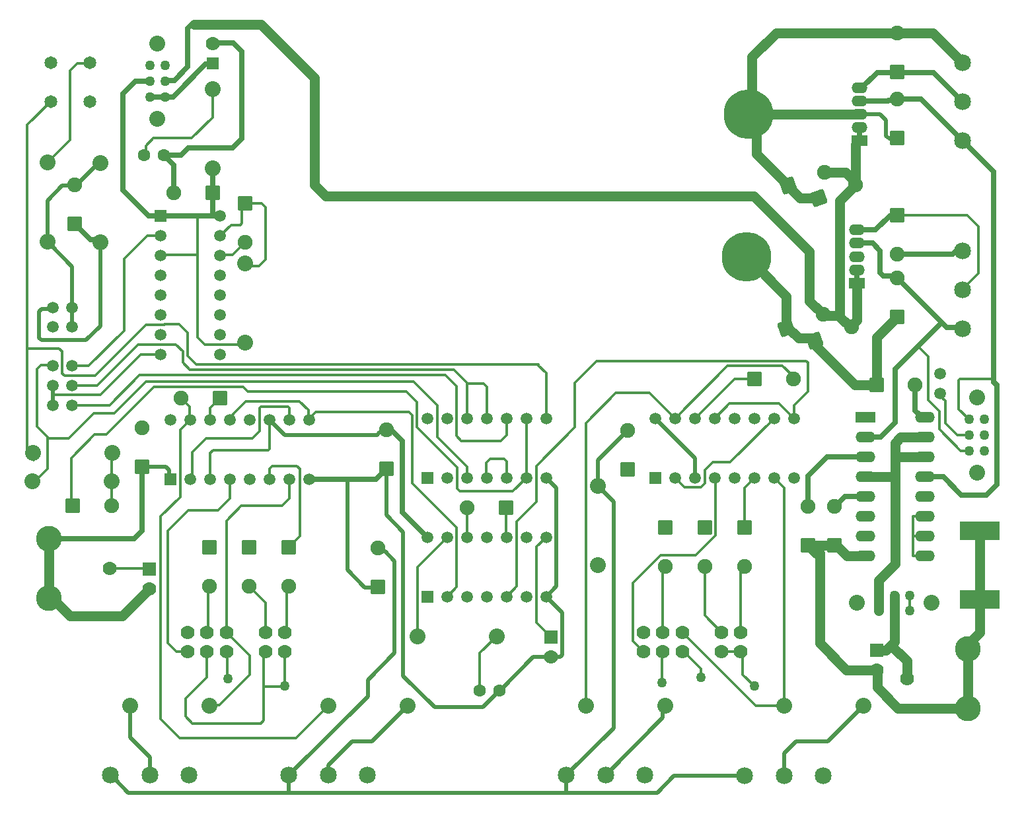
<source format=gbl>
G04*
G04 #@! TF.GenerationSoftware,Altium Limited,Altium Designer,20.1.11 (218)*
G04*
G04 Layer_Physical_Order=2*
G04 Layer_Color=16711680*
%FSLAX23Y23*%
%MOIN*%
G70*
G04*
G04 #@! TF.SameCoordinates,61B52F32-3D36-43F7-9E25-D9CFD543C360*
G04*
G04*
G04 #@! TF.FilePolarity,Positive*
G04*
G01*
G75*
%ADD19R,0.200X0.095*%
%ADD45C,0.050*%
%ADD46C,0.020*%
%ADD47C,0.025*%
%ADD48C,0.012*%
G04:AMPARAMS|DCode=49|XSize=75mil|YSize=75mil|CornerRadius=9mil|HoleSize=0mil|Usage=FLASHONLY|Rotation=270.000|XOffset=0mil|YOffset=0mil|HoleType=Round|Shape=RoundedRectangle|*
%AMROUNDEDRECTD49*
21,1,0.075,0.056,0,0,270.0*
21,1,0.056,0.075,0,0,270.0*
1,1,0.019,-0.028,-0.028*
1,1,0.019,-0.028,0.028*
1,1,0.019,0.028,0.028*
1,1,0.019,0.028,-0.028*
%
%ADD49ROUNDEDRECTD49*%
%ADD50C,0.075*%
G04:AMPARAMS|DCode=51|XSize=75mil|YSize=75mil|CornerRadius=9mil|HoleSize=0mil|Usage=FLASHONLY|Rotation=180.000|XOffset=0mil|YOffset=0mil|HoleType=Round|Shape=RoundedRectangle|*
%AMROUNDEDRECTD51*
21,1,0.075,0.056,0,0,180.0*
21,1,0.056,0.075,0,0,180.0*
1,1,0.019,-0.028,0.028*
1,1,0.019,0.028,0.028*
1,1,0.019,0.028,-0.028*
1,1,0.019,-0.028,-0.028*
%
%ADD51ROUNDEDRECTD51*%
%ADD52C,0.080*%
%ADD53C,0.059*%
%ADD54R,0.059X0.059*%
%ADD55R,0.100X0.055*%
%ADD56O,0.100X0.055*%
%ADD57C,0.130*%
%ADD58C,0.070*%
%ADD59C,0.050*%
%ADD60R,0.079X0.055*%
%ADD61O,0.079X0.055*%
%ADD62C,0.250*%
%ADD63C,0.085*%
%ADD64C,0.063*%
%ADD65R,0.063X0.063*%
G04:AMPARAMS|DCode=66|XSize=75mil|YSize=75mil|CornerRadius=9mil|HoleSize=0mil|Usage=FLASHONLY|Rotation=20.000|XOffset=0mil|YOffset=0mil|HoleType=Round|Shape=RoundedRectangle|*
%AMROUNDEDRECTD66*
21,1,0.075,0.056,0,0,20.0*
21,1,0.056,0.075,0,0,20.0*
1,1,0.019,0.036,-0.017*
1,1,0.019,-0.017,-0.036*
1,1,0.019,-0.036,0.017*
1,1,0.019,0.017,0.036*
%
%ADD66ROUNDEDRECTD66*%
%ADD67R,0.070X0.070*%
%ADD68R,0.059X0.059*%
%ADD69C,0.065*%
D19*
X5589Y2382D02*
D03*
X5589Y2036D02*
D03*
D45*
X2232Y4128D02*
X2232Y4669D01*
X2289Y4071D02*
X4448Y4071D01*
X2232Y4128D02*
X2289Y4071D01*
X5516Y1796D02*
X5589Y1869D01*
X5503Y1487D02*
X5526Y1465D01*
X4750Y3328D02*
X4761Y3328D01*
X4723Y2309D02*
X4865Y2309D01*
X4718Y2303D02*
X4729Y2303D01*
X4439Y4467D02*
X4439Y4774D01*
X890Y2329D02*
X914Y2353D01*
X887Y2026D02*
X926Y2026D01*
X881Y2020D02*
X887Y2026D01*
X926Y2026D02*
X998Y1953D01*
X1262Y1953D01*
X1397Y2088D01*
X890Y2043D02*
X890Y2329D01*
X4943Y3402D02*
X4943Y3420D01*
X4448Y4071D02*
X4728Y3791D01*
X1961Y4940D02*
X2232Y4669D01*
X1624Y4940D02*
X1961Y4940D01*
X5589Y2036D02*
X5589Y2382D01*
X5589Y2010D02*
X5589Y2036D01*
X5589Y1869D02*
X5589Y2010D01*
X5590Y2009D01*
X4797Y3474D02*
X4797Y3474D01*
X4728Y3543D02*
X4797Y3474D01*
X4728Y3543D02*
X4728Y3791D01*
X4613Y3406D02*
X4613Y3565D01*
X4430Y3748D02*
X4613Y3565D01*
X4425Y3748D02*
X4430Y3748D01*
X4439Y4774D02*
X4561Y4896D01*
X5172Y4896D01*
X5350Y4896D01*
X5494Y4753D01*
X5497Y4753D01*
X4979Y4484D02*
X4980Y4485D01*
X4470Y4484D02*
X4979Y4484D01*
X4455Y4499D02*
X4470Y4484D01*
X4460Y4287D02*
X4622Y4125D01*
X4460Y4287D02*
X4460Y4453D01*
X4445Y4468D02*
X4460Y4453D01*
X4682Y4061D02*
X4776Y4061D01*
X4629Y4114D02*
X4682Y4061D01*
X4958Y3120D02*
X5067Y3120D01*
X4766Y3312D02*
X4958Y3120D01*
X4766Y3312D02*
X4766Y3323D01*
X4761Y3328D02*
X4766Y3323D01*
X4613Y3406D02*
X4623Y3406D01*
X4675Y3354D01*
X4746Y3354D01*
X4747Y3353D01*
X5067Y3120D02*
X5067Y3358D01*
X5161Y3453D01*
X5164Y3453D01*
X4881Y3463D02*
X4934Y3411D01*
X4876Y3469D02*
X4881Y3463D01*
X4881Y4049D01*
X4960Y4129D02*
X4960Y4129D01*
X4881Y4049D02*
X4960Y4129D01*
X4969Y3446D02*
X4969Y3633D01*
X4943Y3420D02*
X4969Y3446D01*
X4934Y3411D02*
X4940Y3411D01*
X4807Y3469D02*
X4876Y3469D01*
X4806Y3470D02*
X4807Y3469D01*
X4960Y4146D02*
X4960Y4332D01*
X4913Y4193D02*
X4960Y4146D01*
X4806Y4193D02*
X4913Y4193D01*
X4968Y4351D02*
X4980Y4351D01*
X4966Y4349D02*
X4968Y4351D01*
X4966Y4337D02*
X4966Y4349D01*
X4960Y4332D02*
X4966Y4337D01*
X4919Y2255D02*
X4987Y2255D01*
X4865Y2309D02*
X4919Y2255D01*
X4780Y1814D02*
X4780Y2270D01*
X4729Y2303D02*
X4762Y2270D01*
X4780Y2270D01*
X4914Y1680D02*
X5067Y1680D01*
X4780Y1814D02*
X4914Y1680D01*
X5176Y1487D02*
X5503Y1487D01*
X5071Y1593D02*
X5176Y1487D01*
X5067Y1680D02*
X5071Y1676D01*
X5071Y1593D02*
X5071Y1676D01*
X5166Y2756D02*
X5312Y2756D01*
X5161Y2761D02*
X5166Y2756D01*
X5012Y2656D02*
X5150Y2656D01*
X5151Y2655D01*
X5078Y2057D02*
X5078Y2132D01*
X5078Y1979D02*
X5078Y2057D01*
X5160Y2214D02*
X5160Y2826D01*
X5306Y2855D02*
X5306Y2855D01*
X5189Y2855D02*
X5306Y2855D01*
X5160Y2826D02*
X5189Y2855D01*
X5078Y2132D02*
X5160Y2214D01*
X5528Y1487D02*
X5528Y1786D01*
X5528Y1481D02*
X5528Y1487D01*
X5528Y1481D02*
X5529Y1480D01*
X5516Y1796D02*
X5516Y1796D01*
X5134Y1800D02*
X5157Y1823D01*
X5114Y1780D02*
X5134Y1800D01*
X5221Y1646D02*
X5222Y1646D01*
X5221Y1646D02*
X5221Y1646D01*
X5221Y1646D02*
X5221Y1725D01*
X5146Y1800D02*
X5221Y1725D01*
X5134Y1800D02*
X5146Y1800D01*
X5157Y1979D02*
X5157Y2057D01*
X5157Y1823D02*
X5157Y1979D01*
X5079Y1780D02*
X5114Y1780D01*
D46*
X2580Y2893D02*
X2595Y2893D01*
X3680Y2590D02*
X3680Y2620D01*
X2575Y2285D02*
X2575Y2290D01*
X2575Y2285D02*
X2583Y2278D01*
X2588Y2278D01*
X2635Y2230D01*
X856Y3503D02*
X919Y3503D01*
X2500Y1630D02*
X2635Y1765D01*
X2635Y2230D01*
X2679Y1649D02*
X2679Y2377D01*
X2486Y2097D02*
X2548Y2097D01*
X2679Y1649D02*
X2837Y1491D01*
X2595Y2461D02*
X2679Y2377D01*
X2595Y2461D02*
X2595Y2697D01*
X2399Y2184D02*
X2399Y2632D01*
X2389Y2642D02*
X2399Y2632D01*
X2399Y2184D02*
X2486Y2097D01*
X910Y3014D02*
X910Y3017D01*
X910Y3014D02*
X917Y3007D01*
X910Y3070D02*
X910Y3115D01*
X910Y3017D02*
X910Y3070D01*
X855Y3345D02*
X1079Y3345D01*
X843Y3357D02*
X855Y3345D01*
X843Y3357D02*
X843Y3490D01*
X856Y3503D01*
X1079Y3345D02*
X1150Y3416D01*
X1150Y3840D01*
X959Y4125D02*
X1040Y4125D01*
X1042Y4127D01*
X884Y3841D02*
X884Y4050D01*
X959Y4125D01*
X1021Y4128D02*
X1030Y4128D01*
X1131Y4230D01*
X1137Y4230D01*
X1008Y3509D02*
X1008Y3717D01*
X1008Y3411D02*
X1008Y3509D01*
X897Y3828D02*
X1008Y3717D01*
X897Y3828D02*
X897Y3829D01*
X1481Y2705D02*
X1497Y2689D01*
X1497Y2653D02*
X1502Y2648D01*
X1361Y2705D02*
X1481Y2705D01*
X1497Y2653D02*
X1497Y2689D01*
X2558Y2878D02*
X2565Y2878D01*
X2580Y2893D01*
X2547Y2867D02*
X2558Y2878D01*
X2082Y2867D02*
X2547Y2867D01*
X2006Y2943D02*
X2082Y2867D01*
X3700Y1150D02*
X3989Y1439D01*
X3989Y1488D01*
X3998Y1497D01*
X5115Y4377D02*
X5127Y4365D01*
X5131Y4365D01*
X5133Y4363D01*
X5115Y4377D02*
X5115Y4454D01*
X4980Y4485D02*
X5084Y4485D01*
X5115Y4454D01*
X3680Y2590D02*
X3740Y2530D01*
X3740Y1387D02*
X3740Y2530D01*
X3503Y1150D02*
X3740Y1387D01*
X3335Y1745D02*
X3425Y1745D01*
X3170Y1580D02*
X3335Y1745D01*
X2103Y1150D02*
X2500Y1547D01*
X2100Y1147D02*
X2103Y1150D01*
X2500Y1547D02*
X2500Y1630D01*
X3500Y1060D02*
X3960Y1060D01*
X2100Y1060D02*
X3500Y1060D01*
X3500Y1147D02*
X3503Y1150D01*
X3500Y1060D02*
X3500Y1147D01*
X1293Y1060D02*
X2100Y1060D01*
X2100Y1147D01*
X1209Y1129D02*
X1224Y1129D01*
X1293Y1060D01*
X4045Y1145D02*
X4403Y1145D01*
X3960Y1060D02*
X4045Y1145D01*
X4585Y1160D02*
X4600Y1175D01*
X4580Y1160D02*
X4585Y1160D01*
X4600Y1175D02*
X4600Y1260D01*
X4660Y1320D01*
X4820Y1320D02*
X5000Y1500D01*
X4660Y1320D02*
X4820Y1320D01*
X2300Y1160D02*
X2300Y1200D01*
X2420Y1320D01*
X2520Y1320D02*
X2700Y1500D01*
X2420Y1320D02*
X2520Y1320D01*
X1400Y1150D02*
X1400Y1240D01*
X1400Y1140D02*
X1400Y1150D01*
X1300Y1340D02*
X1300Y1500D01*
X1300Y1340D02*
X1400Y1240D01*
X3660Y2738D02*
X3810Y2888D01*
X3660Y2610D02*
X3660Y2738D01*
X3400Y2050D02*
X3452Y2102D01*
X3400Y2650D02*
X3452Y2598D01*
X3452Y2102D02*
X3452Y2598D01*
X3081Y1491D02*
X3165Y1575D01*
X2837Y1491D02*
X3081Y1491D01*
X3950Y2950D02*
X4150Y2750D01*
X4150Y2650D02*
X4150Y2750D01*
X3425Y1745D02*
X3470Y1745D01*
X3482Y1757D01*
X3482Y1968D01*
X3400Y2050D02*
X3482Y1968D01*
D47*
X2675Y2475D02*
X2675Y2836D01*
X2629Y2882D02*
X2675Y2836D01*
X2675Y2475D02*
X2800Y2350D01*
X1719Y4073D02*
X1719Y4213D01*
X1475Y4275D02*
X1475Y4278D01*
X1475Y4287D01*
X1156Y3851D02*
X1166Y3841D01*
X1102Y3851D02*
X1156Y3851D01*
X2590Y2692D02*
X2590Y2698D01*
X2206Y2643D02*
X2541Y2643D01*
X1754Y3971D02*
X1763Y3971D01*
X1719Y4073D02*
X1721Y4071D01*
X1454Y3971D02*
X1723Y3971D01*
X1264Y4103D02*
X1264Y4589D01*
X1327Y4652D01*
X1264Y4103D02*
X1396Y3971D01*
X1475Y4278D02*
X1559Y4278D01*
X1472Y4278D02*
X1475Y4278D01*
X1740Y4841D02*
X1744Y4845D01*
X1822Y4845D01*
X1864Y4362D02*
X1864Y4803D01*
X1822Y4845D02*
X1864Y4803D01*
X1817Y4315D02*
X1864Y4362D01*
X1596Y4315D02*
X1817Y4315D01*
X1559Y4278D02*
X1596Y4315D01*
X1521Y4089D02*
X1521Y4229D01*
X1475Y4275D02*
X1521Y4229D01*
X1021Y3932D02*
X1102Y3851D01*
X931Y2335D02*
X938Y2342D01*
X1320Y2342D01*
X1361Y2383D02*
X1361Y2705D01*
X1320Y2342D02*
X1361Y2383D01*
X2541Y2643D02*
X2590Y2692D01*
X1723Y3971D02*
X1754Y3971D01*
X1718Y3976D02*
X1718Y4089D01*
X1718Y3976D02*
X1723Y3971D01*
X1719Y4213D02*
X1719Y4213D01*
X1396Y3971D02*
X1454Y3971D01*
X1327Y4652D02*
X1400Y4652D01*
X1593Y4920D02*
X1615Y4942D01*
X1525Y4657D02*
X1593Y4725D01*
X1593Y4920D01*
X1478Y4652D02*
X1483Y4657D01*
X1525Y4657D01*
X1478Y4573D02*
X1518Y4573D01*
X1400Y4573D02*
X1478Y4573D01*
X1683Y4738D02*
X1711Y4738D01*
X1518Y4573D02*
X1683Y4738D01*
X5659Y3149D02*
X5659Y4194D01*
X5659Y3133D02*
X5659Y3149D01*
X5263Y2990D02*
X5263Y3120D01*
X5263Y2990D02*
X5289Y2964D01*
X5300Y2964D01*
X4980Y4351D02*
X4980Y4418D01*
X4969Y3642D02*
X4969Y3700D01*
X4968Y3641D02*
X4969Y3642D01*
X5170Y3658D02*
X5420Y3408D01*
X5163Y3198D02*
X5393Y3428D01*
X5163Y2930D02*
X5163Y3198D01*
X5012Y2856D02*
X5089Y2856D01*
X5163Y2930D01*
X4908Y2556D02*
X5012Y2556D01*
X4872Y2519D02*
X4908Y2556D01*
X4858Y2519D02*
X4872Y2519D01*
X4852Y2525D02*
X4858Y2519D01*
X4723Y2520D02*
X4732Y2511D01*
X4723Y2520D02*
X4723Y2660D01*
X4819Y2756D02*
X5012Y2756D01*
X4723Y2660D02*
X4819Y2756D01*
X5153Y3668D02*
X5158Y3663D01*
X5103Y3668D02*
X5153Y3668D01*
X5086Y3685D02*
X5103Y3668D01*
X5086Y3685D02*
X5086Y3795D01*
X5047Y3834D02*
X5086Y3795D01*
X4969Y3834D02*
X5047Y3834D01*
X5420Y3408D02*
X5487Y3408D01*
X5495Y3400D01*
X5495Y2563D02*
X5622Y2563D01*
X5404Y2654D02*
X5495Y2563D01*
X5674Y2615D02*
X5674Y3118D01*
X5622Y2563D02*
X5674Y2615D01*
X5659Y3133D02*
X5674Y3118D01*
X5489Y3379D02*
X5489Y3379D01*
X5500Y4353D02*
X5659Y4194D01*
X5312Y2656D02*
X5404Y2656D01*
X5177Y3780D02*
X5453Y3780D01*
X5472Y3799D01*
X5165Y3776D02*
X5166Y3777D01*
X5168Y3972D02*
X5174Y3978D01*
X5134Y3972D02*
X5168Y3972D01*
X5063Y3901D02*
X5134Y3972D01*
X4969Y3901D02*
X5063Y3901D01*
X5167Y4557D02*
X5173Y4563D01*
X5290Y4563D01*
X5170Y4563D02*
X5173Y4563D01*
X5290Y4563D02*
X5500Y4353D01*
X5129Y4557D02*
X5167Y4557D01*
X4980Y4552D02*
X5124Y4552D01*
X5129Y4557D01*
X5070Y4697D02*
X5192Y4697D01*
X5172Y4696D02*
X5354Y4696D01*
X5500Y4550D01*
X4980Y4619D02*
X4992Y4619D01*
X5070Y4697D01*
D48*
X2725Y2623D02*
X2948Y2400D01*
X2725Y2623D02*
X2725Y2965D01*
X1504Y2943D02*
X1506Y2941D01*
X1380Y3134D02*
X2733Y3134D01*
X2850Y2856D02*
X2850Y3017D01*
X2733Y3134D02*
X2850Y3017D01*
X3098Y2667D02*
X3098Y2725D01*
X3117Y2744D01*
X3187Y2744D01*
X3200Y2731D01*
X3200Y2650D02*
X3200Y2731D01*
X5236Y2054D02*
X5244Y2062D01*
X5236Y1979D02*
X5236Y2054D01*
X5329Y3042D02*
X5329Y3262D01*
X5283Y3308D02*
X5329Y3262D01*
X5329Y3042D02*
X5385Y2986D01*
X5385Y2894D02*
X5385Y2986D01*
X5534Y2787D02*
X5535Y2786D01*
X5492Y2787D02*
X5534Y2787D01*
X5385Y2894D02*
X5492Y2787D01*
X782Y3307D02*
X782Y4431D01*
X782Y2773D02*
X782Y3307D01*
X1618Y3240D02*
X1636Y3222D01*
X1618Y3240D02*
X1618Y3240D01*
X1636Y3222D02*
X3363Y3222D01*
X1591Y3267D02*
X1618Y3240D01*
X1602Y3196D02*
X2932Y3196D01*
X2934Y3194D01*
X1567Y3231D02*
X1567Y3288D01*
X1567Y3231D02*
X1602Y3196D01*
X1343Y3323D02*
X1532Y3323D01*
X1567Y3288D01*
X1135Y3115D02*
X1343Y3323D01*
X1008Y3115D02*
X1135Y3115D01*
X1591Y3267D02*
X1591Y3381D01*
X1474Y3424D02*
X1548Y3424D01*
X1591Y3381D01*
X1124Y3164D02*
X1383Y3423D01*
X1474Y3423D01*
X1474Y3424D01*
X970Y3164D02*
X1124Y3164D01*
X1272Y3393D02*
X1272Y3756D01*
X1008Y3214D02*
X1093Y3214D01*
X1272Y3393D01*
X1151Y3068D02*
X1354Y3271D01*
X1454Y3271D01*
X912Y3068D02*
X1151Y3068D01*
X1181Y2868D02*
X1421Y3109D01*
X1197Y3017D02*
X1348Y3168D01*
X1008Y3017D02*
X1197Y3017D01*
X1119Y2976D02*
X1222Y2976D01*
X1348Y3168D02*
X2891Y3168D01*
X2948Y2861D02*
X2948Y2970D01*
X1421Y3109D02*
X1870Y3109D01*
X1222Y2976D02*
X1380Y3134D01*
X2948Y2965D02*
X2948Y3111D01*
X1123Y2868D02*
X1181Y2868D01*
X910Y3070D02*
X912Y3068D01*
X909Y3071D02*
X910Y3070D01*
X2891Y3168D02*
X2948Y3111D01*
X3358Y3220D02*
X3400Y3178D01*
X782Y2773D02*
X815Y2740D01*
X1272Y3756D02*
X1387Y3871D01*
X885Y2850D02*
X993Y2850D01*
X1119Y2976D01*
X958Y3177D02*
X970Y3164D01*
X958Y3177D02*
X958Y3288D01*
X1642Y3359D02*
X1642Y3963D01*
X1719Y4613D02*
X1719Y4616D01*
X1719Y4470D02*
X1719Y4613D01*
X1613Y4364D02*
X1613Y4364D01*
X1719Y4616D02*
X1732Y4629D01*
X1613Y4364D02*
X1719Y4470D01*
X1419Y4364D02*
X1613Y4364D01*
X1372Y4278D02*
X1382Y4288D01*
X1382Y4327D01*
X1419Y4364D01*
X2106Y2943D02*
X2106Y3001D01*
X1962Y3008D02*
X2099Y3008D01*
X2106Y3001D01*
X1955Y3001D02*
X1962Y3008D01*
X1955Y2886D02*
X1955Y3001D01*
X1884Y3036D02*
X2155Y3036D01*
X1806Y2943D02*
X1806Y2956D01*
X1820Y2970D01*
X1820Y2972D01*
X1884Y3036D01*
X2155Y3036D02*
X2200Y2991D01*
X1919Y2850D02*
X1955Y2886D01*
X1685Y2850D02*
X1919Y2850D01*
X1706Y2774D02*
X1721Y2789D01*
X2006Y2796D02*
X2006Y2934D01*
X1999Y2789D02*
X2006Y2796D01*
X1721Y2789D02*
X1999Y2789D01*
X1706Y2643D02*
X1706Y2774D01*
X1608Y2643D02*
X1614Y2649D01*
X1614Y2779D01*
X1685Y2850D01*
X1455Y2454D02*
X1554Y2553D01*
X1554Y2891D02*
X1598Y2935D01*
X1554Y2553D02*
X1554Y2891D01*
X2006Y2934D02*
X2009Y2937D01*
X1598Y2935D02*
X1598Y2942D01*
X1606Y2943D02*
X1606Y2950D01*
X1605Y2951D02*
X1606Y2950D01*
X2143Y2710D02*
X2158Y2695D01*
X2158Y2356D02*
X2158Y2695D01*
X2099Y2297D02*
X2100Y2298D01*
X2099Y2287D02*
X2099Y2297D01*
X2100Y2298D02*
X2158Y2356D01*
X2019Y2710D02*
X2143Y2710D01*
X1455Y1433D02*
X1455Y2454D01*
X1744Y3041D02*
X1755Y3041D01*
X1706Y2943D02*
X1706Y3003D01*
X1744Y3041D01*
X1601Y2948D02*
X1606Y2943D01*
X1601Y2948D02*
X1601Y3008D01*
X1577Y3032D02*
X1601Y3008D01*
X1563Y3032D02*
X1577Y3032D01*
X2935Y3194D02*
X3000Y3129D01*
X1005Y2497D02*
X1005Y2750D01*
X2193Y3085D02*
X2696Y3085D01*
X1894Y3085D02*
X2193Y3085D01*
X1005Y2750D02*
X1123Y2868D01*
X1870Y3109D02*
X1894Y3085D01*
X885Y2850D02*
X885Y2854D01*
X885Y2697D02*
X885Y2850D01*
X2749Y2904D02*
X2749Y3032D01*
X2696Y3085D02*
X2749Y3032D01*
X2200Y2961D02*
X2200Y2991D01*
X2200Y2961D02*
X2204Y2957D01*
X2707Y2983D02*
X2725Y2965D01*
X2952Y2594D02*
X2952Y2701D01*
X2749Y2904D02*
X2952Y2701D01*
X2238Y2983D02*
X2707Y2983D01*
X2952Y2594D02*
X2964Y2582D01*
X3232Y2582D01*
X3300Y2650D01*
X3252Y2102D02*
X3252Y2430D01*
X3350Y2528D01*
X3350Y2710D01*
X1379Y2192D02*
X1391Y2180D01*
X1197Y2192D02*
X1379Y2192D01*
X1493Y1815D02*
X1493Y2383D01*
X1493Y1815D02*
X1536Y1772D01*
X1493Y2383D02*
X1596Y2486D01*
X1455Y1433D02*
X1551Y1337D01*
X1536Y1772D02*
X1590Y1772D01*
X1551Y1337D02*
X2137Y1337D01*
X2300Y1500D01*
X1975Y1425D02*
X1975Y1594D01*
X1960Y1410D02*
X1975Y1425D01*
X1615Y1410D02*
X1960Y1410D01*
X1580Y1445D02*
X1615Y1410D01*
X2106Y2547D02*
X2106Y2640D01*
X2068Y2509D02*
X2106Y2547D01*
X1787Y2433D02*
X1863Y2509D01*
X2068Y2509D01*
X3000Y2650D02*
X3000Y2706D01*
X2850Y2856D02*
X3000Y2706D01*
X2948Y2861D02*
X2973Y2836D01*
X3170Y2836D01*
X3200Y2866D01*
X831Y2908D02*
X885Y2854D01*
X808Y2632D02*
X821Y2632D01*
X885Y2697D01*
X2006Y2643D02*
X2006Y2697D01*
X2019Y2710D01*
X1787Y1870D02*
X1787Y2433D01*
X1207Y2775D02*
X1209Y2773D01*
X1209Y2510D02*
X1209Y2773D01*
X1207Y2508D02*
X1209Y2510D01*
X1806Y2546D02*
X1806Y2642D01*
X1746Y2486D02*
X1806Y2546D01*
X1596Y2486D02*
X1746Y2486D01*
X1694Y1876D02*
X1694Y2111D01*
X1688Y1870D02*
X1694Y1876D01*
X1692Y2113D02*
X1694Y2111D01*
X1900Y2102D02*
X1984Y2018D01*
X1897Y2105D02*
X1900Y2102D01*
X1984Y1870D02*
X1984Y2018D01*
X1897Y2105D02*
X1897Y2111D01*
X2082Y1870D02*
X2091Y1879D01*
X2091Y2072D01*
X2105Y2086D01*
X2108Y2086D01*
X789Y3303D02*
X943Y3303D01*
X785Y3307D02*
X789Y3303D01*
X943Y3303D02*
X958Y3288D01*
X3400Y2950D02*
X3400Y3178D01*
X3350Y2710D02*
X3545Y2905D01*
X3545Y3130D02*
X3655Y3240D01*
X3545Y2905D02*
X3545Y3130D01*
X3753Y3079D02*
X3921Y3079D01*
X3600Y1500D02*
X3600Y2926D01*
X3753Y3079D01*
X3002Y3126D02*
X3084Y3126D01*
X3100Y3110D01*
X3000Y2952D02*
X3000Y3129D01*
X3100Y2950D02*
X3100Y3110D01*
X2220Y2965D02*
X2238Y2983D01*
X1454Y3771D02*
X1457Y3774D01*
X1641Y3774D01*
X1641Y3964D02*
X1642Y3963D01*
X1871Y3323D02*
X1880Y3333D01*
X1678Y3323D02*
X1871Y3323D01*
X1642Y3359D02*
X1678Y3323D01*
X1754Y3771D02*
X1760Y3777D01*
X1819Y3777D01*
X1868Y3827D01*
X1868Y3827D01*
X1873Y3732D02*
X1885Y3720D01*
X1953Y3720D01*
X1985Y3752D02*
X1985Y4016D01*
X1953Y3720D02*
X1985Y3752D01*
X1880Y4036D02*
X1965Y4036D01*
X1985Y4016D01*
X1810Y3927D02*
X1857Y3927D01*
X1881Y4022D02*
X1882Y4022D01*
X1864Y4005D02*
X1881Y4022D01*
X1864Y3934D02*
X1864Y4005D01*
X1857Y3927D02*
X1864Y3934D01*
X1754Y3871D02*
X1810Y3927D01*
X1444Y3871D02*
X1445Y3872D01*
X1387Y3871D02*
X1444Y3871D01*
X850Y3218D02*
X909Y3218D01*
X831Y2908D02*
X831Y3199D01*
X850Y3218D01*
X782Y4431D02*
X900Y4549D01*
X1089Y4741D02*
X1094Y4736D01*
X999Y4705D02*
X1035Y4741D01*
X1089Y4741D01*
X884Y4241D02*
X999Y4356D01*
X999Y4705D01*
X5489Y3149D02*
X5652Y3149D01*
X5481Y3141D02*
X5489Y3149D01*
X5481Y2997D02*
X5481Y3141D01*
X5652Y3149D02*
X5658Y3155D01*
X5481Y2997D02*
X5535Y2944D01*
X5414Y2927D02*
X5414Y3038D01*
X5476Y2865D02*
X5535Y2865D01*
X5382Y3070D02*
X5382Y3088D01*
X5414Y2927D02*
X5476Y2865D01*
X5382Y3070D02*
X5414Y3038D01*
X3300Y2650D02*
X3300Y2949D01*
X3200Y2866D02*
X3200Y2944D01*
X4720Y3085D02*
X4720Y3233D01*
X4713Y3240D02*
X4720Y3233D01*
X3655Y3240D02*
X4713Y3240D01*
X4393Y1657D02*
X4451Y1599D01*
X4393Y1657D02*
X4393Y1761D01*
X4382Y1772D02*
X4393Y1761D01*
X4095Y1772D02*
X4183Y1684D01*
X4183Y1642D02*
X4183Y1684D01*
X3985Y1768D02*
X3988Y1772D01*
X3985Y1616D02*
X3985Y1768D01*
X5525Y3976D02*
X5583Y3918D01*
X5583Y3683D02*
X5583Y3918D01*
X5177Y3976D02*
X5525Y3976D01*
X5503Y3602D02*
X5503Y3603D01*
X5583Y3683D01*
X5252Y2356D02*
X5252Y2456D01*
X5252Y2256D02*
X5252Y2356D01*
X5312Y2356D01*
X5252Y2256D02*
X5312Y2256D01*
X5252Y2456D02*
X5312Y2456D01*
X4087Y1772D02*
X4095Y1772D01*
X1787Y1772D02*
X1791Y1767D01*
X1791Y1639D02*
X1791Y1767D01*
X1791Y1639D02*
X1795Y1635D01*
X1751Y1501D02*
X1905Y1655D01*
X1701Y1501D02*
X1751Y1501D01*
X1905Y1655D02*
X1905Y1752D01*
X1787Y1870D02*
X1905Y1752D01*
X1700Y1500D02*
X1701Y1501D01*
X1975Y1594D02*
X1975Y1763D01*
X1984Y1772D01*
X2074Y1594D02*
X2080Y1600D01*
X1975Y1594D02*
X2074Y1594D01*
X2081Y1771D02*
X2082Y1772D01*
X2081Y1601D02*
X2081Y1771D01*
X2080Y1600D02*
X2081Y1601D01*
X1580Y1445D02*
X1580Y1535D01*
X1688Y1643D02*
X1688Y1772D01*
X1580Y1535D02*
X1688Y1643D01*
X4284Y1772D02*
X4382Y1772D01*
X4316Y3216D02*
X4593Y3216D01*
X4648Y3150D02*
X4648Y3161D01*
X4593Y3216D02*
X4648Y3161D01*
X4050Y2950D02*
X4316Y3216D01*
X4575Y3025D02*
X4650Y2950D01*
X4250Y2950D02*
X4325Y3025D01*
X4575Y3025D01*
X4650Y2950D02*
X4650Y3015D01*
X4720Y3085D01*
X3200Y2050D02*
X3252Y2102D01*
X3988Y1870D02*
X3988Y2202D01*
X4382Y1870D02*
X4382Y2202D01*
X4250Y2627D02*
X4256Y2627D01*
X3198Y2350D02*
X3198Y2500D01*
X3000Y2350D02*
X3000Y2500D01*
X4350Y3150D02*
X4452Y3150D01*
X4150Y2950D02*
X4350Y3150D01*
X4087Y1870D02*
X4457Y1500D01*
X4600Y1500D01*
X4050Y2650D02*
X4098Y2602D01*
X4180Y2602D01*
X4200Y2622D01*
X4200Y2689D01*
X4240Y2729D01*
X4329Y2729D01*
X4550Y2950D01*
X4250Y2627D02*
X4250Y2650D01*
X4256Y2359D02*
X4256Y2627D01*
X4155Y2258D02*
X4256Y2359D01*
X3977Y2258D02*
X4155Y2258D01*
X3837Y2118D02*
X3977Y2258D01*
X3837Y1825D02*
X3837Y2118D01*
X3837Y1825D02*
X3890Y1772D01*
X2948Y2098D02*
X2948Y2400D01*
X2900Y2050D02*
X2948Y2098D01*
X2750Y1850D02*
X2750Y2200D01*
X2900Y2350D01*
X3352Y1918D02*
X3425Y1845D01*
X3352Y1918D02*
X3352Y2302D01*
X3400Y2350D01*
X3988Y2202D02*
X4000Y2202D01*
X4382Y2202D02*
X4400Y2202D01*
X3000Y2500D02*
X3002Y2500D01*
X3921Y3079D02*
X4050Y2950D01*
X3065Y1575D02*
X3065Y1765D01*
X3150Y1850D01*
X4200Y1954D02*
X4284Y1870D01*
X4200Y1954D02*
X4200Y2202D01*
X4400Y2398D02*
X4400Y2600D01*
X4450Y2650D01*
X4600Y1500D02*
X4600Y2600D01*
X4550Y2650D02*
X4600Y2600D01*
X3198Y2350D02*
X3200Y2350D01*
X3198Y2500D02*
X3198Y2500D01*
D49*
X1880Y4036D02*
D03*
X4723Y2309D02*
D03*
X4854Y2308D02*
D03*
X5172Y4700D02*
D03*
X5171Y3975D02*
D03*
X1361Y2705D02*
D03*
X5170Y4367D02*
D03*
X5170Y3462D02*
D03*
X3810Y2692D02*
D03*
X2595Y2697D02*
D03*
X2550Y2099D02*
D03*
X1021Y3932D02*
D03*
X1700Y2298D02*
D03*
X1900Y2298D02*
D03*
X2100Y2298D02*
D03*
X4000Y2398D02*
D03*
X4200Y2398D02*
D03*
X4400Y2398D02*
D03*
D50*
X1880Y3839D02*
D03*
X1521Y4089D02*
D03*
X1207Y2508D02*
D03*
X4723Y2505D02*
D03*
X4854Y2504D02*
D03*
X5172Y4896D02*
D03*
X5171Y3779D02*
D03*
X1361Y2901D02*
D03*
X4797Y3474D02*
D03*
X4940Y3411D02*
D03*
X5170Y4563D02*
D03*
X4960Y4129D02*
D03*
X4806Y4193D02*
D03*
X5170Y3658D02*
D03*
X5263Y3120D02*
D03*
X3810Y2888D02*
D03*
X2595Y2893D02*
D03*
X2550Y2295D02*
D03*
X1021Y4128D02*
D03*
X3002Y2500D02*
D03*
X1558Y3051D02*
D03*
X1700Y2102D02*
D03*
X1900Y2102D02*
D03*
X2100Y2102D02*
D03*
X4648Y3150D02*
D03*
X4000Y2202D02*
D03*
X4200Y2202D02*
D03*
X4400Y2202D02*
D03*
D51*
X1718Y4089D02*
D03*
X1010Y2508D02*
D03*
X5067Y3120D02*
D03*
X3198Y2500D02*
D03*
X1754Y3051D02*
D03*
X4452Y3150D02*
D03*
D52*
X1880Y3333D02*
D03*
X1880Y3733D02*
D03*
X811Y2775D02*
D03*
X1211Y2775D02*
D03*
X1208Y2632D02*
D03*
X808Y2632D02*
D03*
X5346Y2018D02*
D03*
X4968Y2018D02*
D03*
X5574Y2676D02*
D03*
X5574Y3054D02*
D03*
X1439Y4463D02*
D03*
X1439Y4841D02*
D03*
X1719Y4213D02*
D03*
X1719Y4613D02*
D03*
X1150Y3840D02*
D03*
X1150Y4240D02*
D03*
X884Y4241D02*
D03*
X884Y3841D02*
D03*
X3660Y2210D02*
D03*
X3660Y2610D02*
D03*
X3150Y1850D02*
D03*
X2750Y1850D02*
D03*
X2300Y1500D02*
D03*
X2700Y1500D02*
D03*
X1700Y1500D02*
D03*
X1300Y1500D02*
D03*
X3600Y1500D02*
D03*
X4000Y1500D02*
D03*
X4600Y1500D02*
D03*
X5000Y1500D02*
D03*
D53*
X1754Y3271D02*
D03*
X1754Y3371D02*
D03*
X1754Y3471D02*
D03*
X1754Y3571D02*
D03*
X1754Y3671D02*
D03*
X1754Y3771D02*
D03*
X1754Y3871D02*
D03*
X1754Y3971D02*
D03*
X1454Y3271D02*
D03*
X1454Y3371D02*
D03*
X1454Y3471D02*
D03*
X1454Y3571D02*
D03*
X1454Y3671D02*
D03*
X1454Y3771D02*
D03*
X1454Y3871D02*
D03*
X910Y3017D02*
D03*
X910Y3115D02*
D03*
X910Y3214D02*
D03*
X910Y3411D02*
D03*
X910Y3509D02*
D03*
X1008Y3017D02*
D03*
X1008Y3115D02*
D03*
X1008Y3214D02*
D03*
X1008Y3411D02*
D03*
X1008Y3509D02*
D03*
X5388Y3177D02*
D03*
X5388Y3077D02*
D03*
X4050Y2650D02*
D03*
X4150Y2650D02*
D03*
X4250Y2650D02*
D03*
X4350Y2650D02*
D03*
X4450Y2650D02*
D03*
X4550Y2650D02*
D03*
X4650Y2650D02*
D03*
X3950Y2950D02*
D03*
X4050Y2950D02*
D03*
X4150Y2950D02*
D03*
X4250Y2950D02*
D03*
X4350Y2950D02*
D03*
X4450Y2950D02*
D03*
X4550Y2950D02*
D03*
X4650Y2950D02*
D03*
X3400Y2950D02*
D03*
X3300Y2950D02*
D03*
X3200Y2950D02*
D03*
X3100Y2950D02*
D03*
X3000Y2950D02*
D03*
X2900Y2950D02*
D03*
X2800Y2950D02*
D03*
X3400Y2650D02*
D03*
X3300Y2650D02*
D03*
X3200Y2650D02*
D03*
X3100Y2650D02*
D03*
X3000Y2650D02*
D03*
X2900Y2650D02*
D03*
X1606Y2643D02*
D03*
X1706Y2643D02*
D03*
X1806Y2643D02*
D03*
X1906Y2643D02*
D03*
X2006Y2643D02*
D03*
X2106Y2643D02*
D03*
X2206Y2643D02*
D03*
X1506Y2943D02*
D03*
X1606Y2943D02*
D03*
X1706Y2943D02*
D03*
X1806Y2943D02*
D03*
X1906Y2943D02*
D03*
X2006Y2943D02*
D03*
X2106Y2943D02*
D03*
X2206Y2943D02*
D03*
X3400Y2350D02*
D03*
X3300Y2350D02*
D03*
X3200Y2350D02*
D03*
X3100Y2350D02*
D03*
X3000Y2350D02*
D03*
X2900Y2350D02*
D03*
X2800Y2350D02*
D03*
X3400Y2050D02*
D03*
X3300Y2050D02*
D03*
X3200Y2050D02*
D03*
X3100Y2050D02*
D03*
X3000Y2050D02*
D03*
X2900Y2050D02*
D03*
D54*
X1454Y3971D02*
D03*
D55*
X5012Y2956D02*
D03*
D56*
X5012Y2856D02*
D03*
X5012Y2756D02*
D03*
X5012Y2656D02*
D03*
X5012Y2556D02*
D03*
X5012Y2456D02*
D03*
X5012Y2356D02*
D03*
X5012Y2256D02*
D03*
X5312Y2956D02*
D03*
X5312Y2856D02*
D03*
X5312Y2756D02*
D03*
X5312Y2656D02*
D03*
X5312Y2556D02*
D03*
X5312Y2456D02*
D03*
X5312Y2356D02*
D03*
X5312Y2256D02*
D03*
D57*
X890Y2043D02*
D03*
X890Y2342D02*
D03*
X5528Y1786D02*
D03*
X5528Y1487D02*
D03*
D58*
X1197Y2192D02*
D03*
X5221Y1637D02*
D03*
X1719Y4841D02*
D03*
X3425Y1745D02*
D03*
X5067Y1680D02*
D03*
X1397Y2088D02*
D03*
X1590Y1870D02*
D03*
X1688Y1870D02*
D03*
X1787Y1870D02*
D03*
X1984Y1870D02*
D03*
X2082Y1870D02*
D03*
X1590Y1772D02*
D03*
X1688Y1772D02*
D03*
X1787Y1772D02*
D03*
X1984Y1772D02*
D03*
X2082Y1772D02*
D03*
X3890Y1870D02*
D03*
X3988Y1870D02*
D03*
X4087Y1870D02*
D03*
X4284Y1870D02*
D03*
X4382Y1870D02*
D03*
X3890Y1772D02*
D03*
X3988Y1772D02*
D03*
X4087Y1772D02*
D03*
X4284Y1772D02*
D03*
X4382Y1772D02*
D03*
D59*
X5236Y1979D02*
D03*
X5157Y1979D02*
D03*
X5078Y1979D02*
D03*
X5236Y2057D02*
D03*
X5157Y2057D02*
D03*
X5078Y2057D02*
D03*
X5535Y2786D02*
D03*
X5535Y2865D02*
D03*
X5535Y2944D02*
D03*
X5613Y2786D02*
D03*
X5613Y2865D02*
D03*
X5613Y2944D02*
D03*
X1400Y4573D02*
D03*
X1400Y4652D02*
D03*
X1400Y4731D02*
D03*
X1478Y4573D02*
D03*
X1478Y4652D02*
D03*
X1478Y4731D02*
D03*
X4451Y1599D02*
D03*
X4183Y1642D02*
D03*
X3985Y1616D02*
D03*
X1795Y1635D02*
D03*
X2080Y1600D02*
D03*
D60*
X4969Y3633D02*
D03*
X4980Y4351D02*
D03*
D61*
X4969Y3700D02*
D03*
X4969Y3767D02*
D03*
X4969Y3834D02*
D03*
X4969Y3901D02*
D03*
X4980Y4619D02*
D03*
X4980Y4552D02*
D03*
X4980Y4485D02*
D03*
X4980Y4418D02*
D03*
D62*
X4411Y3767D02*
D03*
X4422Y4484D02*
D03*
D63*
X4403Y1145D02*
D03*
X4600Y1145D02*
D03*
X4797Y1145D02*
D03*
X5500Y4747D02*
D03*
X5500Y4550D02*
D03*
X5500Y4353D02*
D03*
X5500Y3797D02*
D03*
X5500Y3600D02*
D03*
X5500Y3403D02*
D03*
X2497Y1150D02*
D03*
X2300Y1150D02*
D03*
X2103Y1150D02*
D03*
X1597Y1150D02*
D03*
X1400Y1150D02*
D03*
X1203Y1150D02*
D03*
X3897Y1150D02*
D03*
X3700Y1150D02*
D03*
X3503Y1150D02*
D03*
D64*
X1472Y4278D02*
D03*
X1372Y4278D02*
D03*
X3165Y1575D02*
D03*
X3065Y1575D02*
D03*
D65*
X1719Y4741D02*
D03*
D66*
X4613Y3406D02*
D03*
X4756Y3343D02*
D03*
X4776Y4061D02*
D03*
X4622Y4125D02*
D03*
D67*
X3425Y1845D02*
D03*
X5067Y1780D02*
D03*
X1397Y2188D02*
D03*
D68*
X3950Y2650D02*
D03*
X2800Y2650D02*
D03*
X1506Y2643D02*
D03*
X2800Y2050D02*
D03*
D69*
X900Y4746D02*
D03*
X1097Y4746D02*
D03*
X1097Y4549D02*
D03*
X900Y4549D02*
D03*
M02*

</source>
